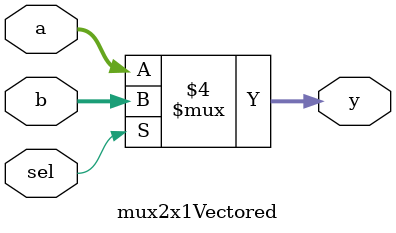
<source format=v>


`timescale 1ns/10ps

module mux2x1Vectored (
    y,
    a,
    b,
    sel
);
// Multiplexer 2x1
// y -- mux output
// a, b -- data inputs
// sel -- control input: select b if asserted, otherwise a

output [7:0] y;
reg [7:0] y;
input [7:0] a;
input [7:0] b;
input sel;




always @(a, sel, b) begin: MUX2X1VECTORED_COMB
    if ((sel == 1)) begin
        y = b;
    end
    else begin
        y = a;
    end
end

endmodule

</source>
